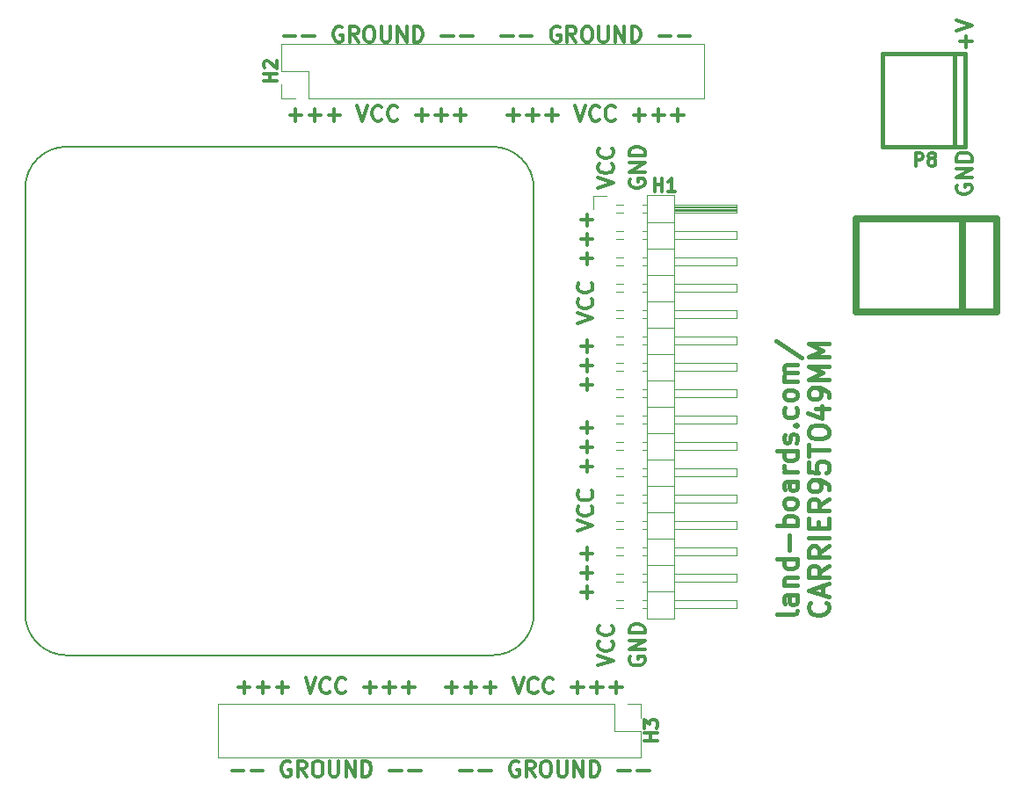
<source format=gbr>
G04 #@! TF.FileFunction,Legend,Top*
%FSLAX46Y46*%
G04 Gerber Fmt 4.6, Leading zero omitted, Abs format (unit mm)*
G04 Created by KiCad (PCBNEW (after 2015-mar-04 BZR unknown)-product) date 7/26/2017 12:36:41 PM*
%MOMM*%
G01*
G04 APERTURE LIST*
%ADD10C,0.150000*%
%ADD11C,0.300000*%
%ADD12C,0.381000*%
%ADD13C,0.650000*%
%ADD14C,0.120000*%
%ADD15C,0.317500*%
G04 APERTURE END LIST*
D10*
D11*
X71250000Y-82142857D02*
X71178571Y-82285714D01*
X71178571Y-82500000D01*
X71250000Y-82714285D01*
X71392857Y-82857143D01*
X71535714Y-82928571D01*
X71821429Y-83000000D01*
X72035714Y-83000000D01*
X72321429Y-82928571D01*
X72464286Y-82857143D01*
X72607143Y-82714285D01*
X72678571Y-82500000D01*
X72678571Y-82357143D01*
X72607143Y-82142857D01*
X72535714Y-82071428D01*
X72035714Y-82071428D01*
X72035714Y-82357143D01*
X72678571Y-81428571D02*
X71178571Y-81428571D01*
X72678571Y-80571428D01*
X71178571Y-80571428D01*
X72678571Y-79857142D02*
X71178571Y-79857142D01*
X71178571Y-79499999D01*
X71250000Y-79285714D01*
X71392857Y-79142856D01*
X71535714Y-79071428D01*
X71821429Y-78999999D01*
X72035714Y-78999999D01*
X72321429Y-79071428D01*
X72464286Y-79142856D01*
X72607143Y-79285714D01*
X72678571Y-79499999D01*
X72678571Y-79857142D01*
X68178571Y-83000000D02*
X69678571Y-82500000D01*
X68178571Y-82000000D01*
X69535714Y-80642857D02*
X69607143Y-80714286D01*
X69678571Y-80928572D01*
X69678571Y-81071429D01*
X69607143Y-81285714D01*
X69464286Y-81428572D01*
X69321429Y-81500000D01*
X69035714Y-81571429D01*
X68821429Y-81571429D01*
X68535714Y-81500000D01*
X68392857Y-81428572D01*
X68250000Y-81285714D01*
X68178571Y-81071429D01*
X68178571Y-80928572D01*
X68250000Y-80714286D01*
X68321429Y-80642857D01*
X69535714Y-79142857D02*
X69607143Y-79214286D01*
X69678571Y-79428572D01*
X69678571Y-79571429D01*
X69607143Y-79785714D01*
X69464286Y-79928572D01*
X69321429Y-80000000D01*
X69035714Y-80071429D01*
X68821429Y-80071429D01*
X68535714Y-80000000D01*
X68392857Y-79928572D01*
X68250000Y-79785714D01*
X68178571Y-79571429D01*
X68178571Y-79428572D01*
X68250000Y-79214286D01*
X68321429Y-79142857D01*
X68178571Y-37000000D02*
X69678571Y-36500000D01*
X68178571Y-36000000D01*
X69535714Y-34642857D02*
X69607143Y-34714286D01*
X69678571Y-34928572D01*
X69678571Y-35071429D01*
X69607143Y-35285714D01*
X69464286Y-35428572D01*
X69321429Y-35500000D01*
X69035714Y-35571429D01*
X68821429Y-35571429D01*
X68535714Y-35500000D01*
X68392857Y-35428572D01*
X68250000Y-35285714D01*
X68178571Y-35071429D01*
X68178571Y-34928572D01*
X68250000Y-34714286D01*
X68321429Y-34642857D01*
X69535714Y-33142857D02*
X69607143Y-33214286D01*
X69678571Y-33428572D01*
X69678571Y-33571429D01*
X69607143Y-33785714D01*
X69464286Y-33928572D01*
X69321429Y-34000000D01*
X69035714Y-34071429D01*
X68821429Y-34071429D01*
X68535714Y-34000000D01*
X68392857Y-33928572D01*
X68250000Y-33785714D01*
X68178571Y-33571429D01*
X68178571Y-33428572D01*
X68250000Y-33214286D01*
X68321429Y-33142857D01*
X71250000Y-36142857D02*
X71178571Y-36285714D01*
X71178571Y-36500000D01*
X71250000Y-36714285D01*
X71392857Y-36857143D01*
X71535714Y-36928571D01*
X71821429Y-37000000D01*
X72035714Y-37000000D01*
X72321429Y-36928571D01*
X72464286Y-36857143D01*
X72607143Y-36714285D01*
X72678571Y-36500000D01*
X72678571Y-36357143D01*
X72607143Y-36142857D01*
X72535714Y-36071428D01*
X72035714Y-36071428D01*
X72035714Y-36357143D01*
X72678571Y-35428571D02*
X71178571Y-35428571D01*
X72678571Y-34571428D01*
X71178571Y-34571428D01*
X72678571Y-33857142D02*
X71178571Y-33857142D01*
X71178571Y-33499999D01*
X71250000Y-33285714D01*
X71392857Y-33142856D01*
X71535714Y-33071428D01*
X71821429Y-32999999D01*
X72035714Y-32999999D01*
X72321429Y-33071428D01*
X72464286Y-33142856D01*
X72607143Y-33285714D01*
X72678571Y-33499999D01*
X72678571Y-33857142D01*
X102755000Y-36702857D02*
X102683571Y-36845714D01*
X102683571Y-37060000D01*
X102755000Y-37274285D01*
X102897857Y-37417143D01*
X103040714Y-37488571D01*
X103326429Y-37560000D01*
X103540714Y-37560000D01*
X103826429Y-37488571D01*
X103969286Y-37417143D01*
X104112143Y-37274285D01*
X104183571Y-37060000D01*
X104183571Y-36917143D01*
X104112143Y-36702857D01*
X104040714Y-36631428D01*
X103540714Y-36631428D01*
X103540714Y-36917143D01*
X104183571Y-35988571D02*
X102683571Y-35988571D01*
X104183571Y-35131428D01*
X102683571Y-35131428D01*
X104183571Y-34417142D02*
X102683571Y-34417142D01*
X102683571Y-34059999D01*
X102755000Y-33845714D01*
X102897857Y-33702856D01*
X103040714Y-33631428D01*
X103326429Y-33559999D01*
X103540714Y-33559999D01*
X103826429Y-33631428D01*
X103969286Y-33702856D01*
X104112143Y-33845714D01*
X104183571Y-34059999D01*
X104183571Y-34417142D01*
X103612143Y-23439285D02*
X103612143Y-22296428D01*
X104183571Y-22867857D02*
X103040714Y-22867857D01*
X102683571Y-21796428D02*
X104183571Y-21296428D01*
X102683571Y-20796428D01*
X67107143Y-76500000D02*
X67107143Y-75357143D01*
X67678571Y-75928572D02*
X66535714Y-75928572D01*
X67107143Y-74642857D02*
X67107143Y-73500000D01*
X67678571Y-74071429D02*
X66535714Y-74071429D01*
X67107143Y-72785714D02*
X67107143Y-71642857D01*
X67678571Y-72214286D02*
X66535714Y-72214286D01*
X66178571Y-70000000D02*
X67678571Y-69500000D01*
X66178571Y-69000000D01*
X67535714Y-67642857D02*
X67607143Y-67714286D01*
X67678571Y-67928572D01*
X67678571Y-68071429D01*
X67607143Y-68285714D01*
X67464286Y-68428572D01*
X67321429Y-68500000D01*
X67035714Y-68571429D01*
X66821429Y-68571429D01*
X66535714Y-68500000D01*
X66392857Y-68428572D01*
X66250000Y-68285714D01*
X66178571Y-68071429D01*
X66178571Y-67928572D01*
X66250000Y-67714286D01*
X66321429Y-67642857D01*
X67535714Y-66142857D02*
X67607143Y-66214286D01*
X67678571Y-66428572D01*
X67678571Y-66571429D01*
X67607143Y-66785714D01*
X67464286Y-66928572D01*
X67321429Y-67000000D01*
X67035714Y-67071429D01*
X66821429Y-67071429D01*
X66535714Y-67000000D01*
X66392857Y-66928572D01*
X66250000Y-66785714D01*
X66178571Y-66571429D01*
X66178571Y-66428572D01*
X66250000Y-66214286D01*
X66321429Y-66142857D01*
X67107143Y-64357143D02*
X67107143Y-63214286D01*
X67678571Y-63785715D02*
X66535714Y-63785715D01*
X67107143Y-62500000D02*
X67107143Y-61357143D01*
X67678571Y-61928572D02*
X66535714Y-61928572D01*
X67107143Y-60642857D02*
X67107143Y-59500000D01*
X67678571Y-60071429D02*
X66535714Y-60071429D01*
X67107143Y-56500000D02*
X67107143Y-55357143D01*
X67678571Y-55928572D02*
X66535714Y-55928572D01*
X67107143Y-54642857D02*
X67107143Y-53500000D01*
X67678571Y-54071429D02*
X66535714Y-54071429D01*
X67107143Y-52785714D02*
X67107143Y-51642857D01*
X67678571Y-52214286D02*
X66535714Y-52214286D01*
X66178571Y-50000000D02*
X67678571Y-49500000D01*
X66178571Y-49000000D01*
X67535714Y-47642857D02*
X67607143Y-47714286D01*
X67678571Y-47928572D01*
X67678571Y-48071429D01*
X67607143Y-48285714D01*
X67464286Y-48428572D01*
X67321429Y-48500000D01*
X67035714Y-48571429D01*
X66821429Y-48571429D01*
X66535714Y-48500000D01*
X66392857Y-48428572D01*
X66250000Y-48285714D01*
X66178571Y-48071429D01*
X66178571Y-47928572D01*
X66250000Y-47714286D01*
X66321429Y-47642857D01*
X67535714Y-46142857D02*
X67607143Y-46214286D01*
X67678571Y-46428572D01*
X67678571Y-46571429D01*
X67607143Y-46785714D01*
X67464286Y-46928572D01*
X67321429Y-47000000D01*
X67035714Y-47071429D01*
X66821429Y-47071429D01*
X66535714Y-47000000D01*
X66392857Y-46928572D01*
X66250000Y-46785714D01*
X66178571Y-46571429D01*
X66178571Y-46428572D01*
X66250000Y-46214286D01*
X66321429Y-46142857D01*
X67107143Y-44357143D02*
X67107143Y-43214286D01*
X67678571Y-43785715D02*
X66535714Y-43785715D01*
X67107143Y-42500000D02*
X67107143Y-41357143D01*
X67678571Y-41928572D02*
X66535714Y-41928572D01*
X67107143Y-40642857D02*
X67107143Y-39500000D01*
X67678571Y-40071429D02*
X66535714Y-40071429D01*
X59445000Y-29952143D02*
X60587857Y-29952143D01*
X60016428Y-30523571D02*
X60016428Y-29380714D01*
X61302143Y-29952143D02*
X62445000Y-29952143D01*
X61873571Y-30523571D02*
X61873571Y-29380714D01*
X63159286Y-29952143D02*
X64302143Y-29952143D01*
X63730714Y-30523571D02*
X63730714Y-29380714D01*
X65945000Y-29023571D02*
X66445000Y-30523571D01*
X66945000Y-29023571D01*
X68302143Y-30380714D02*
X68230714Y-30452143D01*
X68016428Y-30523571D01*
X67873571Y-30523571D01*
X67659286Y-30452143D01*
X67516428Y-30309286D01*
X67445000Y-30166429D01*
X67373571Y-29880714D01*
X67373571Y-29666429D01*
X67445000Y-29380714D01*
X67516428Y-29237857D01*
X67659286Y-29095000D01*
X67873571Y-29023571D01*
X68016428Y-29023571D01*
X68230714Y-29095000D01*
X68302143Y-29166429D01*
X69802143Y-30380714D02*
X69730714Y-30452143D01*
X69516428Y-30523571D01*
X69373571Y-30523571D01*
X69159286Y-30452143D01*
X69016428Y-30309286D01*
X68945000Y-30166429D01*
X68873571Y-29880714D01*
X68873571Y-29666429D01*
X68945000Y-29380714D01*
X69016428Y-29237857D01*
X69159286Y-29095000D01*
X69373571Y-29023571D01*
X69516428Y-29023571D01*
X69730714Y-29095000D01*
X69802143Y-29166429D01*
X71587857Y-29952143D02*
X72730714Y-29952143D01*
X72159285Y-30523571D02*
X72159285Y-29380714D01*
X73445000Y-29952143D02*
X74587857Y-29952143D01*
X74016428Y-30523571D02*
X74016428Y-29380714D01*
X75302143Y-29952143D02*
X76445000Y-29952143D01*
X75873571Y-30523571D02*
X75873571Y-29380714D01*
X38490000Y-29952143D02*
X39632857Y-29952143D01*
X39061428Y-30523571D02*
X39061428Y-29380714D01*
X40347143Y-29952143D02*
X41490000Y-29952143D01*
X40918571Y-30523571D02*
X40918571Y-29380714D01*
X42204286Y-29952143D02*
X43347143Y-29952143D01*
X42775714Y-30523571D02*
X42775714Y-29380714D01*
X44990000Y-29023571D02*
X45490000Y-30523571D01*
X45990000Y-29023571D01*
X47347143Y-30380714D02*
X47275714Y-30452143D01*
X47061428Y-30523571D01*
X46918571Y-30523571D01*
X46704286Y-30452143D01*
X46561428Y-30309286D01*
X46490000Y-30166429D01*
X46418571Y-29880714D01*
X46418571Y-29666429D01*
X46490000Y-29380714D01*
X46561428Y-29237857D01*
X46704286Y-29095000D01*
X46918571Y-29023571D01*
X47061428Y-29023571D01*
X47275714Y-29095000D01*
X47347143Y-29166429D01*
X48847143Y-30380714D02*
X48775714Y-30452143D01*
X48561428Y-30523571D01*
X48418571Y-30523571D01*
X48204286Y-30452143D01*
X48061428Y-30309286D01*
X47990000Y-30166429D01*
X47918571Y-29880714D01*
X47918571Y-29666429D01*
X47990000Y-29380714D01*
X48061428Y-29237857D01*
X48204286Y-29095000D01*
X48418571Y-29023571D01*
X48561428Y-29023571D01*
X48775714Y-29095000D01*
X48847143Y-29166429D01*
X50632857Y-29952143D02*
X51775714Y-29952143D01*
X51204285Y-30523571D02*
X51204285Y-29380714D01*
X52490000Y-29952143D02*
X53632857Y-29952143D01*
X53061428Y-30523571D02*
X53061428Y-29380714D01*
X54347143Y-29952143D02*
X55490000Y-29952143D01*
X54918571Y-30523571D02*
X54918571Y-29380714D01*
X53500000Y-85107143D02*
X54642857Y-85107143D01*
X54071428Y-85678571D02*
X54071428Y-84535714D01*
X55357143Y-85107143D02*
X56500000Y-85107143D01*
X55928571Y-85678571D02*
X55928571Y-84535714D01*
X57214286Y-85107143D02*
X58357143Y-85107143D01*
X57785714Y-85678571D02*
X57785714Y-84535714D01*
X60000000Y-84178571D02*
X60500000Y-85678571D01*
X61000000Y-84178571D01*
X62357143Y-85535714D02*
X62285714Y-85607143D01*
X62071428Y-85678571D01*
X61928571Y-85678571D01*
X61714286Y-85607143D01*
X61571428Y-85464286D01*
X61500000Y-85321429D01*
X61428571Y-85035714D01*
X61428571Y-84821429D01*
X61500000Y-84535714D01*
X61571428Y-84392857D01*
X61714286Y-84250000D01*
X61928571Y-84178571D01*
X62071428Y-84178571D01*
X62285714Y-84250000D01*
X62357143Y-84321429D01*
X63857143Y-85535714D02*
X63785714Y-85607143D01*
X63571428Y-85678571D01*
X63428571Y-85678571D01*
X63214286Y-85607143D01*
X63071428Y-85464286D01*
X63000000Y-85321429D01*
X62928571Y-85035714D01*
X62928571Y-84821429D01*
X63000000Y-84535714D01*
X63071428Y-84392857D01*
X63214286Y-84250000D01*
X63428571Y-84178571D01*
X63571428Y-84178571D01*
X63785714Y-84250000D01*
X63857143Y-84321429D01*
X65642857Y-85107143D02*
X66785714Y-85107143D01*
X66214285Y-85678571D02*
X66214285Y-84535714D01*
X67500000Y-85107143D02*
X68642857Y-85107143D01*
X68071428Y-85678571D02*
X68071428Y-84535714D01*
X69357143Y-85107143D02*
X70500000Y-85107143D01*
X69928571Y-85678571D02*
X69928571Y-84535714D01*
X33500000Y-85107143D02*
X34642857Y-85107143D01*
X34071428Y-85678571D02*
X34071428Y-84535714D01*
X35357143Y-85107143D02*
X36500000Y-85107143D01*
X35928571Y-85678571D02*
X35928571Y-84535714D01*
X37214286Y-85107143D02*
X38357143Y-85107143D01*
X37785714Y-85678571D02*
X37785714Y-84535714D01*
X40000000Y-84178571D02*
X40500000Y-85678571D01*
X41000000Y-84178571D01*
X42357143Y-85535714D02*
X42285714Y-85607143D01*
X42071428Y-85678571D01*
X41928571Y-85678571D01*
X41714286Y-85607143D01*
X41571428Y-85464286D01*
X41500000Y-85321429D01*
X41428571Y-85035714D01*
X41428571Y-84821429D01*
X41500000Y-84535714D01*
X41571428Y-84392857D01*
X41714286Y-84250000D01*
X41928571Y-84178571D01*
X42071428Y-84178571D01*
X42285714Y-84250000D01*
X42357143Y-84321429D01*
X43857143Y-85535714D02*
X43785714Y-85607143D01*
X43571428Y-85678571D01*
X43428571Y-85678571D01*
X43214286Y-85607143D01*
X43071428Y-85464286D01*
X43000000Y-85321429D01*
X42928571Y-85035714D01*
X42928571Y-84821429D01*
X43000000Y-84535714D01*
X43071428Y-84392857D01*
X43214286Y-84250000D01*
X43428571Y-84178571D01*
X43571428Y-84178571D01*
X43785714Y-84250000D01*
X43857143Y-84321429D01*
X45642857Y-85107143D02*
X46785714Y-85107143D01*
X46214285Y-85678571D02*
X46214285Y-84535714D01*
X47500000Y-85107143D02*
X48642857Y-85107143D01*
X48071428Y-85678571D02*
X48071428Y-84535714D01*
X49357143Y-85107143D02*
X50500000Y-85107143D01*
X49928571Y-85678571D02*
X49928571Y-84535714D01*
X54892857Y-93107143D02*
X56035714Y-93107143D01*
X56750000Y-93107143D02*
X57892857Y-93107143D01*
X60535714Y-92250000D02*
X60392857Y-92178571D01*
X60178571Y-92178571D01*
X59964286Y-92250000D01*
X59821428Y-92392857D01*
X59750000Y-92535714D01*
X59678571Y-92821429D01*
X59678571Y-93035714D01*
X59750000Y-93321429D01*
X59821428Y-93464286D01*
X59964286Y-93607143D01*
X60178571Y-93678571D01*
X60321428Y-93678571D01*
X60535714Y-93607143D01*
X60607143Y-93535714D01*
X60607143Y-93035714D01*
X60321428Y-93035714D01*
X62107143Y-93678571D02*
X61607143Y-92964286D01*
X61250000Y-93678571D02*
X61250000Y-92178571D01*
X61821428Y-92178571D01*
X61964286Y-92250000D01*
X62035714Y-92321429D01*
X62107143Y-92464286D01*
X62107143Y-92678571D01*
X62035714Y-92821429D01*
X61964286Y-92892857D01*
X61821428Y-92964286D01*
X61250000Y-92964286D01*
X63035714Y-92178571D02*
X63321428Y-92178571D01*
X63464286Y-92250000D01*
X63607143Y-92392857D01*
X63678571Y-92678571D01*
X63678571Y-93178571D01*
X63607143Y-93464286D01*
X63464286Y-93607143D01*
X63321428Y-93678571D01*
X63035714Y-93678571D01*
X62892857Y-93607143D01*
X62750000Y-93464286D01*
X62678571Y-93178571D01*
X62678571Y-92678571D01*
X62750000Y-92392857D01*
X62892857Y-92250000D01*
X63035714Y-92178571D01*
X64321429Y-92178571D02*
X64321429Y-93392857D01*
X64392857Y-93535714D01*
X64464286Y-93607143D01*
X64607143Y-93678571D01*
X64892857Y-93678571D01*
X65035715Y-93607143D01*
X65107143Y-93535714D01*
X65178572Y-93392857D01*
X65178572Y-92178571D01*
X65892858Y-93678571D02*
X65892858Y-92178571D01*
X66750001Y-93678571D01*
X66750001Y-92178571D01*
X67464287Y-93678571D02*
X67464287Y-92178571D01*
X67821430Y-92178571D01*
X68035715Y-92250000D01*
X68178573Y-92392857D01*
X68250001Y-92535714D01*
X68321430Y-92821429D01*
X68321430Y-93035714D01*
X68250001Y-93321429D01*
X68178573Y-93464286D01*
X68035715Y-93607143D01*
X67821430Y-93678571D01*
X67464287Y-93678571D01*
X70107144Y-93107143D02*
X71250001Y-93107143D01*
X71964287Y-93107143D02*
X73107144Y-93107143D01*
X32892857Y-93107143D02*
X34035714Y-93107143D01*
X34750000Y-93107143D02*
X35892857Y-93107143D01*
X38535714Y-92250000D02*
X38392857Y-92178571D01*
X38178571Y-92178571D01*
X37964286Y-92250000D01*
X37821428Y-92392857D01*
X37750000Y-92535714D01*
X37678571Y-92821429D01*
X37678571Y-93035714D01*
X37750000Y-93321429D01*
X37821428Y-93464286D01*
X37964286Y-93607143D01*
X38178571Y-93678571D01*
X38321428Y-93678571D01*
X38535714Y-93607143D01*
X38607143Y-93535714D01*
X38607143Y-93035714D01*
X38321428Y-93035714D01*
X40107143Y-93678571D02*
X39607143Y-92964286D01*
X39250000Y-93678571D02*
X39250000Y-92178571D01*
X39821428Y-92178571D01*
X39964286Y-92250000D01*
X40035714Y-92321429D01*
X40107143Y-92464286D01*
X40107143Y-92678571D01*
X40035714Y-92821429D01*
X39964286Y-92892857D01*
X39821428Y-92964286D01*
X39250000Y-92964286D01*
X41035714Y-92178571D02*
X41321428Y-92178571D01*
X41464286Y-92250000D01*
X41607143Y-92392857D01*
X41678571Y-92678571D01*
X41678571Y-93178571D01*
X41607143Y-93464286D01*
X41464286Y-93607143D01*
X41321428Y-93678571D01*
X41035714Y-93678571D01*
X40892857Y-93607143D01*
X40750000Y-93464286D01*
X40678571Y-93178571D01*
X40678571Y-92678571D01*
X40750000Y-92392857D01*
X40892857Y-92250000D01*
X41035714Y-92178571D01*
X42321429Y-92178571D02*
X42321429Y-93392857D01*
X42392857Y-93535714D01*
X42464286Y-93607143D01*
X42607143Y-93678571D01*
X42892857Y-93678571D01*
X43035715Y-93607143D01*
X43107143Y-93535714D01*
X43178572Y-93392857D01*
X43178572Y-92178571D01*
X43892858Y-93678571D02*
X43892858Y-92178571D01*
X44750001Y-93678571D01*
X44750001Y-92178571D01*
X45464287Y-93678571D02*
X45464287Y-92178571D01*
X45821430Y-92178571D01*
X46035715Y-92250000D01*
X46178573Y-92392857D01*
X46250001Y-92535714D01*
X46321430Y-92821429D01*
X46321430Y-93035714D01*
X46250001Y-93321429D01*
X46178573Y-93464286D01*
X46035715Y-93607143D01*
X45821430Y-93678571D01*
X45464287Y-93678571D01*
X48107144Y-93107143D02*
X49250001Y-93107143D01*
X49964287Y-93107143D02*
X51107144Y-93107143D01*
X58837857Y-22332143D02*
X59980714Y-22332143D01*
X60695000Y-22332143D02*
X61837857Y-22332143D01*
X64480714Y-21475000D02*
X64337857Y-21403571D01*
X64123571Y-21403571D01*
X63909286Y-21475000D01*
X63766428Y-21617857D01*
X63695000Y-21760714D01*
X63623571Y-22046429D01*
X63623571Y-22260714D01*
X63695000Y-22546429D01*
X63766428Y-22689286D01*
X63909286Y-22832143D01*
X64123571Y-22903571D01*
X64266428Y-22903571D01*
X64480714Y-22832143D01*
X64552143Y-22760714D01*
X64552143Y-22260714D01*
X64266428Y-22260714D01*
X66052143Y-22903571D02*
X65552143Y-22189286D01*
X65195000Y-22903571D02*
X65195000Y-21403571D01*
X65766428Y-21403571D01*
X65909286Y-21475000D01*
X65980714Y-21546429D01*
X66052143Y-21689286D01*
X66052143Y-21903571D01*
X65980714Y-22046429D01*
X65909286Y-22117857D01*
X65766428Y-22189286D01*
X65195000Y-22189286D01*
X66980714Y-21403571D02*
X67266428Y-21403571D01*
X67409286Y-21475000D01*
X67552143Y-21617857D01*
X67623571Y-21903571D01*
X67623571Y-22403571D01*
X67552143Y-22689286D01*
X67409286Y-22832143D01*
X67266428Y-22903571D01*
X66980714Y-22903571D01*
X66837857Y-22832143D01*
X66695000Y-22689286D01*
X66623571Y-22403571D01*
X66623571Y-21903571D01*
X66695000Y-21617857D01*
X66837857Y-21475000D01*
X66980714Y-21403571D01*
X68266429Y-21403571D02*
X68266429Y-22617857D01*
X68337857Y-22760714D01*
X68409286Y-22832143D01*
X68552143Y-22903571D01*
X68837857Y-22903571D01*
X68980715Y-22832143D01*
X69052143Y-22760714D01*
X69123572Y-22617857D01*
X69123572Y-21403571D01*
X69837858Y-22903571D02*
X69837858Y-21403571D01*
X70695001Y-22903571D01*
X70695001Y-21403571D01*
X71409287Y-22903571D02*
X71409287Y-21403571D01*
X71766430Y-21403571D01*
X71980715Y-21475000D01*
X72123573Y-21617857D01*
X72195001Y-21760714D01*
X72266430Y-22046429D01*
X72266430Y-22260714D01*
X72195001Y-22546429D01*
X72123573Y-22689286D01*
X71980715Y-22832143D01*
X71766430Y-22903571D01*
X71409287Y-22903571D01*
X74052144Y-22332143D02*
X75195001Y-22332143D01*
X75909287Y-22332143D02*
X77052144Y-22332143D01*
X37882857Y-22332143D02*
X39025714Y-22332143D01*
X39740000Y-22332143D02*
X40882857Y-22332143D01*
X43525714Y-21475000D02*
X43382857Y-21403571D01*
X43168571Y-21403571D01*
X42954286Y-21475000D01*
X42811428Y-21617857D01*
X42740000Y-21760714D01*
X42668571Y-22046429D01*
X42668571Y-22260714D01*
X42740000Y-22546429D01*
X42811428Y-22689286D01*
X42954286Y-22832143D01*
X43168571Y-22903571D01*
X43311428Y-22903571D01*
X43525714Y-22832143D01*
X43597143Y-22760714D01*
X43597143Y-22260714D01*
X43311428Y-22260714D01*
X45097143Y-22903571D02*
X44597143Y-22189286D01*
X44240000Y-22903571D02*
X44240000Y-21403571D01*
X44811428Y-21403571D01*
X44954286Y-21475000D01*
X45025714Y-21546429D01*
X45097143Y-21689286D01*
X45097143Y-21903571D01*
X45025714Y-22046429D01*
X44954286Y-22117857D01*
X44811428Y-22189286D01*
X44240000Y-22189286D01*
X46025714Y-21403571D02*
X46311428Y-21403571D01*
X46454286Y-21475000D01*
X46597143Y-21617857D01*
X46668571Y-21903571D01*
X46668571Y-22403571D01*
X46597143Y-22689286D01*
X46454286Y-22832143D01*
X46311428Y-22903571D01*
X46025714Y-22903571D01*
X45882857Y-22832143D01*
X45740000Y-22689286D01*
X45668571Y-22403571D01*
X45668571Y-21903571D01*
X45740000Y-21617857D01*
X45882857Y-21475000D01*
X46025714Y-21403571D01*
X47311429Y-21403571D02*
X47311429Y-22617857D01*
X47382857Y-22760714D01*
X47454286Y-22832143D01*
X47597143Y-22903571D01*
X47882857Y-22903571D01*
X48025715Y-22832143D01*
X48097143Y-22760714D01*
X48168572Y-22617857D01*
X48168572Y-21403571D01*
X48882858Y-22903571D02*
X48882858Y-21403571D01*
X49740001Y-22903571D01*
X49740001Y-21403571D01*
X50454287Y-22903571D02*
X50454287Y-21403571D01*
X50811430Y-21403571D01*
X51025715Y-21475000D01*
X51168573Y-21617857D01*
X51240001Y-21760714D01*
X51311430Y-22046429D01*
X51311430Y-22260714D01*
X51240001Y-22546429D01*
X51168573Y-22689286D01*
X51025715Y-22832143D01*
X50811430Y-22903571D01*
X50454287Y-22903571D01*
X53097144Y-22332143D02*
X54240001Y-22332143D01*
X54954287Y-22332143D02*
X56097144Y-22332143D01*
D12*
X87337786Y-77745355D02*
X87247071Y-77926783D01*
X87065643Y-78017498D01*
X85432786Y-78017498D01*
X87337786Y-76203212D02*
X86339929Y-76203212D01*
X86158500Y-76293926D01*
X86067786Y-76475355D01*
X86067786Y-76838212D01*
X86158500Y-77019641D01*
X87247071Y-76203212D02*
X87337786Y-76384641D01*
X87337786Y-76838212D01*
X87247071Y-77019641D01*
X87065643Y-77110355D01*
X86884214Y-77110355D01*
X86702786Y-77019641D01*
X86612071Y-76838212D01*
X86612071Y-76384641D01*
X86521357Y-76203212D01*
X86067786Y-75296070D02*
X87337786Y-75296070D01*
X86249214Y-75296070D02*
X86158500Y-75205355D01*
X86067786Y-75023927D01*
X86067786Y-74751784D01*
X86158500Y-74570355D01*
X86339929Y-74479641D01*
X87337786Y-74479641D01*
X87337786Y-72756070D02*
X85432786Y-72756070D01*
X87247071Y-72756070D02*
X87337786Y-72937499D01*
X87337786Y-73300356D01*
X87247071Y-73481784D01*
X87156357Y-73572499D01*
X86974929Y-73663213D01*
X86430643Y-73663213D01*
X86249214Y-73572499D01*
X86158500Y-73481784D01*
X86067786Y-73300356D01*
X86067786Y-72937499D01*
X86158500Y-72756070D01*
X86612071Y-71848928D02*
X86612071Y-70397499D01*
X87337786Y-69490357D02*
X85432786Y-69490357D01*
X86158500Y-69490357D02*
X86067786Y-69308928D01*
X86067786Y-68946071D01*
X86158500Y-68764642D01*
X86249214Y-68673928D01*
X86430643Y-68583214D01*
X86974929Y-68583214D01*
X87156357Y-68673928D01*
X87247071Y-68764642D01*
X87337786Y-68946071D01*
X87337786Y-69308928D01*
X87247071Y-69490357D01*
X87337786Y-67494643D02*
X87247071Y-67676071D01*
X87156357Y-67766786D01*
X86974929Y-67857500D01*
X86430643Y-67857500D01*
X86249214Y-67766786D01*
X86158500Y-67676071D01*
X86067786Y-67494643D01*
X86067786Y-67222500D01*
X86158500Y-67041071D01*
X86249214Y-66950357D01*
X86430643Y-66859643D01*
X86974929Y-66859643D01*
X87156357Y-66950357D01*
X87247071Y-67041071D01*
X87337786Y-67222500D01*
X87337786Y-67494643D01*
X87337786Y-65226786D02*
X86339929Y-65226786D01*
X86158500Y-65317500D01*
X86067786Y-65498929D01*
X86067786Y-65861786D01*
X86158500Y-66043215D01*
X87247071Y-65226786D02*
X87337786Y-65408215D01*
X87337786Y-65861786D01*
X87247071Y-66043215D01*
X87065643Y-66133929D01*
X86884214Y-66133929D01*
X86702786Y-66043215D01*
X86612071Y-65861786D01*
X86612071Y-65408215D01*
X86521357Y-65226786D01*
X87337786Y-64319644D02*
X86067786Y-64319644D01*
X86430643Y-64319644D02*
X86249214Y-64228929D01*
X86158500Y-64138215D01*
X86067786Y-63956786D01*
X86067786Y-63775358D01*
X87337786Y-62323929D02*
X85432786Y-62323929D01*
X87247071Y-62323929D02*
X87337786Y-62505358D01*
X87337786Y-62868215D01*
X87247071Y-63049643D01*
X87156357Y-63140358D01*
X86974929Y-63231072D01*
X86430643Y-63231072D01*
X86249214Y-63140358D01*
X86158500Y-63049643D01*
X86067786Y-62868215D01*
X86067786Y-62505358D01*
X86158500Y-62323929D01*
X87247071Y-61507501D02*
X87337786Y-61326072D01*
X87337786Y-60963215D01*
X87247071Y-60781787D01*
X87065643Y-60691072D01*
X86974929Y-60691072D01*
X86793500Y-60781787D01*
X86702786Y-60963215D01*
X86702786Y-61235358D01*
X86612071Y-61416787D01*
X86430643Y-61507501D01*
X86339929Y-61507501D01*
X86158500Y-61416787D01*
X86067786Y-61235358D01*
X86067786Y-60963215D01*
X86158500Y-60781787D01*
X87156357Y-59874644D02*
X87247071Y-59783929D01*
X87337786Y-59874644D01*
X87247071Y-59965358D01*
X87156357Y-59874644D01*
X87337786Y-59874644D01*
X87247071Y-58151072D02*
X87337786Y-58332501D01*
X87337786Y-58695358D01*
X87247071Y-58876786D01*
X87156357Y-58967501D01*
X86974929Y-59058215D01*
X86430643Y-59058215D01*
X86249214Y-58967501D01*
X86158500Y-58876786D01*
X86067786Y-58695358D01*
X86067786Y-58332501D01*
X86158500Y-58151072D01*
X87337786Y-57062501D02*
X87247071Y-57243929D01*
X87156357Y-57334644D01*
X86974929Y-57425358D01*
X86430643Y-57425358D01*
X86249214Y-57334644D01*
X86158500Y-57243929D01*
X86067786Y-57062501D01*
X86067786Y-56790358D01*
X86158500Y-56608929D01*
X86249214Y-56518215D01*
X86430643Y-56427501D01*
X86974929Y-56427501D01*
X87156357Y-56518215D01*
X87247071Y-56608929D01*
X87337786Y-56790358D01*
X87337786Y-57062501D01*
X87337786Y-55611073D02*
X86067786Y-55611073D01*
X86249214Y-55611073D02*
X86158500Y-55520358D01*
X86067786Y-55338930D01*
X86067786Y-55066787D01*
X86158500Y-54885358D01*
X86339929Y-54794644D01*
X87337786Y-54794644D01*
X86339929Y-54794644D02*
X86158500Y-54703930D01*
X86067786Y-54522501D01*
X86067786Y-54250358D01*
X86158500Y-54068930D01*
X86339929Y-53978215D01*
X87337786Y-53978215D01*
X85342071Y-51710358D02*
X87791357Y-53343215D01*
X90204357Y-76928929D02*
X90295071Y-77019643D01*
X90385786Y-77291786D01*
X90385786Y-77473215D01*
X90295071Y-77745358D01*
X90113643Y-77926786D01*
X89932214Y-78017501D01*
X89569357Y-78108215D01*
X89297214Y-78108215D01*
X88934357Y-78017501D01*
X88752929Y-77926786D01*
X88571500Y-77745358D01*
X88480786Y-77473215D01*
X88480786Y-77291786D01*
X88571500Y-77019643D01*
X88662214Y-76928929D01*
X89841500Y-76203215D02*
X89841500Y-75296072D01*
X90385786Y-76384643D02*
X88480786Y-75749643D01*
X90385786Y-75114643D01*
X90385786Y-73391072D02*
X89478643Y-74026072D01*
X90385786Y-74479644D02*
X88480786Y-74479644D01*
X88480786Y-73753929D01*
X88571500Y-73572501D01*
X88662214Y-73481786D01*
X88843643Y-73391072D01*
X89115786Y-73391072D01*
X89297214Y-73481786D01*
X89387929Y-73572501D01*
X89478643Y-73753929D01*
X89478643Y-74479644D01*
X90385786Y-71486072D02*
X89478643Y-72121072D01*
X90385786Y-72574644D02*
X88480786Y-72574644D01*
X88480786Y-71848929D01*
X88571500Y-71667501D01*
X88662214Y-71576786D01*
X88843643Y-71486072D01*
X89115786Y-71486072D01*
X89297214Y-71576786D01*
X89387929Y-71667501D01*
X89478643Y-71848929D01*
X89478643Y-72574644D01*
X90385786Y-70669644D02*
X88480786Y-70669644D01*
X89387929Y-69762501D02*
X89387929Y-69127501D01*
X90385786Y-68855358D02*
X90385786Y-69762501D01*
X88480786Y-69762501D01*
X88480786Y-68855358D01*
X90385786Y-66950358D02*
X89478643Y-67585358D01*
X90385786Y-68038930D02*
X88480786Y-68038930D01*
X88480786Y-67313215D01*
X88571500Y-67131787D01*
X88662214Y-67041072D01*
X88843643Y-66950358D01*
X89115786Y-66950358D01*
X89297214Y-67041072D01*
X89387929Y-67131787D01*
X89478643Y-67313215D01*
X89478643Y-68038930D01*
X90385786Y-66043215D02*
X90385786Y-65680358D01*
X90295071Y-65498930D01*
X90204357Y-65408215D01*
X89932214Y-65226787D01*
X89569357Y-65136072D01*
X88843643Y-65136072D01*
X88662214Y-65226787D01*
X88571500Y-65317501D01*
X88480786Y-65498930D01*
X88480786Y-65861787D01*
X88571500Y-66043215D01*
X88662214Y-66133930D01*
X88843643Y-66224644D01*
X89297214Y-66224644D01*
X89478643Y-66133930D01*
X89569357Y-66043215D01*
X89660071Y-65861787D01*
X89660071Y-65498930D01*
X89569357Y-65317501D01*
X89478643Y-65226787D01*
X89297214Y-65136072D01*
X88480786Y-63412501D02*
X88480786Y-64319644D01*
X89387929Y-64410358D01*
X89297214Y-64319644D01*
X89206500Y-64138215D01*
X89206500Y-63684644D01*
X89297214Y-63503215D01*
X89387929Y-63412501D01*
X89569357Y-63321786D01*
X90022929Y-63321786D01*
X90204357Y-63412501D01*
X90295071Y-63503215D01*
X90385786Y-63684644D01*
X90385786Y-64138215D01*
X90295071Y-64319644D01*
X90204357Y-64410358D01*
X88480786Y-62777500D02*
X88480786Y-61688929D01*
X90385786Y-62233215D02*
X88480786Y-62233215D01*
X88480786Y-60691071D02*
X88480786Y-60328214D01*
X88571500Y-60146786D01*
X88752929Y-59965357D01*
X89115786Y-59874643D01*
X89750786Y-59874643D01*
X90113643Y-59965357D01*
X90295071Y-60146786D01*
X90385786Y-60328214D01*
X90385786Y-60691071D01*
X90295071Y-60872500D01*
X90113643Y-61053929D01*
X89750786Y-61144643D01*
X89115786Y-61144643D01*
X88752929Y-61053929D01*
X88571500Y-60872500D01*
X88480786Y-60691071D01*
X89115786Y-58241786D02*
X90385786Y-58241786D01*
X88390071Y-58695357D02*
X89750786Y-59148929D01*
X89750786Y-57969643D01*
X90385786Y-57153214D02*
X90385786Y-56790357D01*
X90295071Y-56608929D01*
X90204357Y-56518214D01*
X89932214Y-56336786D01*
X89569357Y-56246071D01*
X88843643Y-56246071D01*
X88662214Y-56336786D01*
X88571500Y-56427500D01*
X88480786Y-56608929D01*
X88480786Y-56971786D01*
X88571500Y-57153214D01*
X88662214Y-57243929D01*
X88843643Y-57334643D01*
X89297214Y-57334643D01*
X89478643Y-57243929D01*
X89569357Y-57153214D01*
X89660071Y-56971786D01*
X89660071Y-56608929D01*
X89569357Y-56427500D01*
X89478643Y-56336786D01*
X89297214Y-56246071D01*
X90385786Y-55429643D02*
X88480786Y-55429643D01*
X89841500Y-54794643D01*
X88480786Y-54159643D01*
X90385786Y-54159643D01*
X90385786Y-53252500D02*
X88480786Y-53252500D01*
X89841500Y-52617500D01*
X88480786Y-51982500D01*
X90385786Y-51982500D01*
D10*
X17000000Y-82000000D02*
X58000000Y-82000000D01*
X13000000Y-37000000D02*
X13000000Y-78000000D01*
X58000000Y-33000000D02*
X17000000Y-33000000D01*
X62000000Y-78000000D02*
X62000000Y-37000000D01*
X13000000Y-78000000D02*
G75*
G03X17000000Y-82000000I4000000J0D01*
G01*
X58000000Y-82000000D02*
G75*
G03X62000000Y-78000000I0J4000000D01*
G01*
X62000000Y-37000000D02*
G75*
G03X58000000Y-33000000I-4000000J0D01*
G01*
X17000000Y-33000000D02*
G75*
G03X13000000Y-37000000I0J-4000000D01*
G01*
D12*
X103560000Y-24035000D02*
X95560000Y-24035000D01*
X103560000Y-33035000D02*
X95560000Y-33035000D01*
X95560000Y-24035000D02*
X95560000Y-33035000D01*
X102560000Y-24035000D02*
X102560000Y-33035000D01*
X103560000Y-24035000D02*
X103560000Y-33035000D01*
D13*
X103260000Y-39950000D02*
X103260000Y-48950000D01*
X106560000Y-48950000D02*
X106560000Y-39950000D01*
X106560000Y-48950000D02*
X93060000Y-48950000D01*
X93060000Y-48950000D02*
X93060000Y-39950000D01*
X106560000Y-39950000D02*
X93060000Y-39950000D01*
D14*
X72880000Y-37670000D02*
X72880000Y-40270000D01*
X72880000Y-40270000D02*
X75500000Y-40270000D01*
X75500000Y-40270000D02*
X75500000Y-37670000D01*
X75500000Y-37670000D02*
X72880000Y-37670000D01*
X75500000Y-38620000D02*
X75500000Y-39380000D01*
X75500000Y-39380000D02*
X81500000Y-39380000D01*
X81500000Y-39380000D02*
X81500000Y-38620000D01*
X81500000Y-38620000D02*
X75500000Y-38620000D01*
X72450000Y-38620000D02*
X72880000Y-38620000D01*
X72450000Y-39380000D02*
X72880000Y-39380000D01*
X69910000Y-38620000D02*
X70630000Y-38620000D01*
X69910000Y-39380000D02*
X70630000Y-39380000D01*
X75500000Y-38740000D02*
X81500000Y-38740000D01*
X75500000Y-38860000D02*
X81500000Y-38860000D01*
X75500000Y-38980000D02*
X81500000Y-38980000D01*
X75500000Y-39100000D02*
X81500000Y-39100000D01*
X75500000Y-39220000D02*
X81500000Y-39220000D01*
X75500000Y-39340000D02*
X81500000Y-39340000D01*
X72880000Y-40270000D02*
X72880000Y-42810000D01*
X72880000Y-42810000D02*
X75500000Y-42810000D01*
X75500000Y-42810000D02*
X75500000Y-40270000D01*
X75500000Y-40270000D02*
X72880000Y-40270000D01*
X75500000Y-41160000D02*
X75500000Y-41920000D01*
X75500000Y-41920000D02*
X81500000Y-41920000D01*
X81500000Y-41920000D02*
X81500000Y-41160000D01*
X81500000Y-41160000D02*
X75500000Y-41160000D01*
X72450000Y-41160000D02*
X72880000Y-41160000D01*
X72450000Y-41920000D02*
X72880000Y-41920000D01*
X69910000Y-41160000D02*
X70630000Y-41160000D01*
X69910000Y-41920000D02*
X70630000Y-41920000D01*
X72880000Y-42810000D02*
X72880000Y-45350000D01*
X72880000Y-45350000D02*
X75500000Y-45350000D01*
X75500000Y-45350000D02*
X75500000Y-42810000D01*
X75500000Y-42810000D02*
X72880000Y-42810000D01*
X75500000Y-43700000D02*
X75500000Y-44460000D01*
X75500000Y-44460000D02*
X81500000Y-44460000D01*
X81500000Y-44460000D02*
X81500000Y-43700000D01*
X81500000Y-43700000D02*
X75500000Y-43700000D01*
X72450000Y-43700000D02*
X72880000Y-43700000D01*
X72450000Y-44460000D02*
X72880000Y-44460000D01*
X69910000Y-43700000D02*
X70630000Y-43700000D01*
X69910000Y-44460000D02*
X70630000Y-44460000D01*
X72880000Y-45350000D02*
X72880000Y-47890000D01*
X72880000Y-47890000D02*
X75500000Y-47890000D01*
X75500000Y-47890000D02*
X75500000Y-45350000D01*
X75500000Y-45350000D02*
X72880000Y-45350000D01*
X75500000Y-46240000D02*
X75500000Y-47000000D01*
X75500000Y-47000000D02*
X81500000Y-47000000D01*
X81500000Y-47000000D02*
X81500000Y-46240000D01*
X81500000Y-46240000D02*
X75500000Y-46240000D01*
X72450000Y-46240000D02*
X72880000Y-46240000D01*
X72450000Y-47000000D02*
X72880000Y-47000000D01*
X69910000Y-46240000D02*
X70630000Y-46240000D01*
X69910000Y-47000000D02*
X70630000Y-47000000D01*
X72880000Y-47890000D02*
X72880000Y-50430000D01*
X72880000Y-50430000D02*
X75500000Y-50430000D01*
X75500000Y-50430000D02*
X75500000Y-47890000D01*
X75500000Y-47890000D02*
X72880000Y-47890000D01*
X75500000Y-48780000D02*
X75500000Y-49540000D01*
X75500000Y-49540000D02*
X81500000Y-49540000D01*
X81500000Y-49540000D02*
X81500000Y-48780000D01*
X81500000Y-48780000D02*
X75500000Y-48780000D01*
X72450000Y-48780000D02*
X72880000Y-48780000D01*
X72450000Y-49540000D02*
X72880000Y-49540000D01*
X69910000Y-48780000D02*
X70630000Y-48780000D01*
X69910000Y-49540000D02*
X70630000Y-49540000D01*
X72880000Y-50430000D02*
X72880000Y-52970000D01*
X72880000Y-52970000D02*
X75500000Y-52970000D01*
X75500000Y-52970000D02*
X75500000Y-50430000D01*
X75500000Y-50430000D02*
X72880000Y-50430000D01*
X75500000Y-51320000D02*
X75500000Y-52080000D01*
X75500000Y-52080000D02*
X81500000Y-52080000D01*
X81500000Y-52080000D02*
X81500000Y-51320000D01*
X81500000Y-51320000D02*
X75500000Y-51320000D01*
X72450000Y-51320000D02*
X72880000Y-51320000D01*
X72450000Y-52080000D02*
X72880000Y-52080000D01*
X69910000Y-51320000D02*
X70630000Y-51320000D01*
X69910000Y-52080000D02*
X70630000Y-52080000D01*
X72880000Y-52970000D02*
X72880000Y-55510000D01*
X72880000Y-55510000D02*
X75500000Y-55510000D01*
X75500000Y-55510000D02*
X75500000Y-52970000D01*
X75500000Y-52970000D02*
X72880000Y-52970000D01*
X75500000Y-53860000D02*
X75500000Y-54620000D01*
X75500000Y-54620000D02*
X81500000Y-54620000D01*
X81500000Y-54620000D02*
X81500000Y-53860000D01*
X81500000Y-53860000D02*
X75500000Y-53860000D01*
X72450000Y-53860000D02*
X72880000Y-53860000D01*
X72450000Y-54620000D02*
X72880000Y-54620000D01*
X69910000Y-53860000D02*
X70630000Y-53860000D01*
X69910000Y-54620000D02*
X70630000Y-54620000D01*
X72880000Y-55510000D02*
X72880000Y-58050000D01*
X72880000Y-58050000D02*
X75500000Y-58050000D01*
X75500000Y-58050000D02*
X75500000Y-55510000D01*
X75500000Y-55510000D02*
X72880000Y-55510000D01*
X75500000Y-56400000D02*
X75500000Y-57160000D01*
X75500000Y-57160000D02*
X81500000Y-57160000D01*
X81500000Y-57160000D02*
X81500000Y-56400000D01*
X81500000Y-56400000D02*
X75500000Y-56400000D01*
X72450000Y-56400000D02*
X72880000Y-56400000D01*
X72450000Y-57160000D02*
X72880000Y-57160000D01*
X69910000Y-56400000D02*
X70630000Y-56400000D01*
X69910000Y-57160000D02*
X70630000Y-57160000D01*
X72880000Y-58050000D02*
X72880000Y-60590000D01*
X72880000Y-60590000D02*
X75500000Y-60590000D01*
X75500000Y-60590000D02*
X75500000Y-58050000D01*
X75500000Y-58050000D02*
X72880000Y-58050000D01*
X75500000Y-58940000D02*
X75500000Y-59700000D01*
X75500000Y-59700000D02*
X81500000Y-59700000D01*
X81500000Y-59700000D02*
X81500000Y-58940000D01*
X81500000Y-58940000D02*
X75500000Y-58940000D01*
X72450000Y-58940000D02*
X72880000Y-58940000D01*
X72450000Y-59700000D02*
X72880000Y-59700000D01*
X69910000Y-58940000D02*
X70630000Y-58940000D01*
X69910000Y-59700000D02*
X70630000Y-59700000D01*
X72880000Y-60590000D02*
X72880000Y-63130000D01*
X72880000Y-63130000D02*
X75500000Y-63130000D01*
X75500000Y-63130000D02*
X75500000Y-60590000D01*
X75500000Y-60590000D02*
X72880000Y-60590000D01*
X75500000Y-61480000D02*
X75500000Y-62240000D01*
X75500000Y-62240000D02*
X81500000Y-62240000D01*
X81500000Y-62240000D02*
X81500000Y-61480000D01*
X81500000Y-61480000D02*
X75500000Y-61480000D01*
X72450000Y-61480000D02*
X72880000Y-61480000D01*
X72450000Y-62240000D02*
X72880000Y-62240000D01*
X69910000Y-61480000D02*
X70630000Y-61480000D01*
X69910000Y-62240000D02*
X70630000Y-62240000D01*
X72880000Y-63130000D02*
X72880000Y-65670000D01*
X72880000Y-65670000D02*
X75500000Y-65670000D01*
X75500000Y-65670000D02*
X75500000Y-63130000D01*
X75500000Y-63130000D02*
X72880000Y-63130000D01*
X75500000Y-64020000D02*
X75500000Y-64780000D01*
X75500000Y-64780000D02*
X81500000Y-64780000D01*
X81500000Y-64780000D02*
X81500000Y-64020000D01*
X81500000Y-64020000D02*
X75500000Y-64020000D01*
X72450000Y-64020000D02*
X72880000Y-64020000D01*
X72450000Y-64780000D02*
X72880000Y-64780000D01*
X69910000Y-64020000D02*
X70630000Y-64020000D01*
X69910000Y-64780000D02*
X70630000Y-64780000D01*
X72880000Y-65670000D02*
X72880000Y-68210000D01*
X72880000Y-68210000D02*
X75500000Y-68210000D01*
X75500000Y-68210000D02*
X75500000Y-65670000D01*
X75500000Y-65670000D02*
X72880000Y-65670000D01*
X75500000Y-66560000D02*
X75500000Y-67320000D01*
X75500000Y-67320000D02*
X81500000Y-67320000D01*
X81500000Y-67320000D02*
X81500000Y-66560000D01*
X81500000Y-66560000D02*
X75500000Y-66560000D01*
X72450000Y-66560000D02*
X72880000Y-66560000D01*
X72450000Y-67320000D02*
X72880000Y-67320000D01*
X69910000Y-66560000D02*
X70630000Y-66560000D01*
X69910000Y-67320000D02*
X70630000Y-67320000D01*
X72880000Y-68210000D02*
X72880000Y-70750000D01*
X72880000Y-70750000D02*
X75500000Y-70750000D01*
X75500000Y-70750000D02*
X75500000Y-68210000D01*
X75500000Y-68210000D02*
X72880000Y-68210000D01*
X75500000Y-69100000D02*
X75500000Y-69860000D01*
X75500000Y-69860000D02*
X81500000Y-69860000D01*
X81500000Y-69860000D02*
X81500000Y-69100000D01*
X81500000Y-69100000D02*
X75500000Y-69100000D01*
X72450000Y-69100000D02*
X72880000Y-69100000D01*
X72450000Y-69860000D02*
X72880000Y-69860000D01*
X69910000Y-69100000D02*
X70630000Y-69100000D01*
X69910000Y-69860000D02*
X70630000Y-69860000D01*
X72880000Y-70750000D02*
X72880000Y-73290000D01*
X72880000Y-73290000D02*
X75500000Y-73290000D01*
X75500000Y-73290000D02*
X75500000Y-70750000D01*
X75500000Y-70750000D02*
X72880000Y-70750000D01*
X75500000Y-71640000D02*
X75500000Y-72400000D01*
X75500000Y-72400000D02*
X81500000Y-72400000D01*
X81500000Y-72400000D02*
X81500000Y-71640000D01*
X81500000Y-71640000D02*
X75500000Y-71640000D01*
X72450000Y-71640000D02*
X72880000Y-71640000D01*
X72450000Y-72400000D02*
X72880000Y-72400000D01*
X69910000Y-71640000D02*
X70630000Y-71640000D01*
X69910000Y-72400000D02*
X70630000Y-72400000D01*
X72880000Y-73290000D02*
X72880000Y-75830000D01*
X72880000Y-75830000D02*
X75500000Y-75830000D01*
X75500000Y-75830000D02*
X75500000Y-73290000D01*
X75500000Y-73290000D02*
X72880000Y-73290000D01*
X75500000Y-74180000D02*
X75500000Y-74940000D01*
X75500000Y-74940000D02*
X81500000Y-74940000D01*
X81500000Y-74940000D02*
X81500000Y-74180000D01*
X81500000Y-74180000D02*
X75500000Y-74180000D01*
X72450000Y-74180000D02*
X72880000Y-74180000D01*
X72450000Y-74940000D02*
X72880000Y-74940000D01*
X69910000Y-74180000D02*
X70630000Y-74180000D01*
X69910000Y-74940000D02*
X70630000Y-74940000D01*
X72880000Y-75830000D02*
X72880000Y-78430000D01*
X72880000Y-78430000D02*
X75500000Y-78430000D01*
X75500000Y-78430000D02*
X75500000Y-75830000D01*
X75500000Y-75830000D02*
X72880000Y-75830000D01*
X75500000Y-76720000D02*
X75500000Y-77480000D01*
X75500000Y-77480000D02*
X81500000Y-77480000D01*
X81500000Y-77480000D02*
X81500000Y-76720000D01*
X81500000Y-76720000D02*
X75500000Y-76720000D01*
X72450000Y-76720000D02*
X72880000Y-76720000D01*
X72450000Y-77480000D02*
X72880000Y-77480000D01*
X69910000Y-76720000D02*
X70630000Y-76720000D01*
X69910000Y-77480000D02*
X70630000Y-77480000D01*
X67730000Y-39000000D02*
X67730000Y-37730000D01*
X67730000Y-37730000D02*
X69000000Y-37730000D01*
X40270000Y-28330000D02*
X78430000Y-28330000D01*
X78430000Y-28330000D02*
X78430000Y-23130000D01*
X78430000Y-23130000D02*
X37670000Y-23130000D01*
X37670000Y-23130000D02*
X37670000Y-25730000D01*
X37670000Y-25730000D02*
X40270000Y-25730000D01*
X40270000Y-25730000D02*
X40270000Y-28330000D01*
X39000000Y-28330000D02*
X37670000Y-28330000D01*
X37670000Y-28330000D02*
X37670000Y-27000000D01*
X69730000Y-86670000D02*
X31570000Y-86670000D01*
X31570000Y-86670000D02*
X31570000Y-91870000D01*
X31570000Y-91870000D02*
X72330000Y-91870000D01*
X72330000Y-91870000D02*
X72330000Y-89270000D01*
X72330000Y-89270000D02*
X69730000Y-89270000D01*
X69730000Y-89270000D02*
X69730000Y-86670000D01*
X71000000Y-86670000D02*
X72330000Y-86670000D01*
X72330000Y-86670000D02*
X72330000Y-88000000D01*
D15*
X98757619Y-34864524D02*
X98757619Y-33594524D01*
X99241428Y-33594524D01*
X99362381Y-33655000D01*
X99422857Y-33715476D01*
X99483333Y-33836429D01*
X99483333Y-34017857D01*
X99422857Y-34138810D01*
X99362381Y-34199286D01*
X99241428Y-34259762D01*
X98757619Y-34259762D01*
X100209048Y-34138810D02*
X100088095Y-34078333D01*
X100027619Y-34017857D01*
X99967143Y-33896905D01*
X99967143Y-33836429D01*
X100027619Y-33715476D01*
X100088095Y-33655000D01*
X100209048Y-33594524D01*
X100450952Y-33594524D01*
X100571905Y-33655000D01*
X100632381Y-33715476D01*
X100692857Y-33836429D01*
X100692857Y-33896905D01*
X100632381Y-34017857D01*
X100571905Y-34078333D01*
X100450952Y-34138810D01*
X100209048Y-34138810D01*
X100088095Y-34199286D01*
X100027619Y-34259762D01*
X99967143Y-34380714D01*
X99967143Y-34622619D01*
X100027619Y-34743571D01*
X100088095Y-34804048D01*
X100209048Y-34864524D01*
X100450952Y-34864524D01*
X100571905Y-34804048D01*
X100632381Y-34743571D01*
X100692857Y-34622619D01*
X100692857Y-34380714D01*
X100632381Y-34259762D01*
X100571905Y-34199286D01*
X100450952Y-34138810D01*
X73617381Y-37304524D02*
X73617381Y-36034524D01*
X73617381Y-36639286D02*
X74343095Y-36639286D01*
X74343095Y-37304524D02*
X74343095Y-36034524D01*
X75613095Y-37304524D02*
X74887381Y-37304524D01*
X75250238Y-37304524D02*
X75250238Y-36034524D01*
X75129286Y-36215952D01*
X75008333Y-36336905D01*
X74887381Y-36397381D01*
X37244524Y-26697619D02*
X35974524Y-26697619D01*
X36579286Y-26697619D02*
X36579286Y-25971905D01*
X37244524Y-25971905D02*
X35974524Y-25971905D01*
X36095476Y-25427619D02*
X36035000Y-25367143D01*
X35974524Y-25246191D01*
X35974524Y-24943810D01*
X36035000Y-24822857D01*
X36095476Y-24762381D01*
X36216429Y-24701905D01*
X36337381Y-24701905D01*
X36518810Y-24762381D01*
X37244524Y-25488095D01*
X37244524Y-24701905D01*
X73904524Y-90237619D02*
X72634524Y-90237619D01*
X73239286Y-90237619D02*
X73239286Y-89511905D01*
X73904524Y-89511905D02*
X72634524Y-89511905D01*
X72634524Y-89028095D02*
X72634524Y-88241905D01*
X73118333Y-88665238D01*
X73118333Y-88483810D01*
X73178810Y-88362857D01*
X73239286Y-88302381D01*
X73360238Y-88241905D01*
X73662619Y-88241905D01*
X73783571Y-88302381D01*
X73844048Y-88362857D01*
X73904524Y-88483810D01*
X73904524Y-88846667D01*
X73844048Y-88967619D01*
X73783571Y-89028095D01*
M02*

</source>
